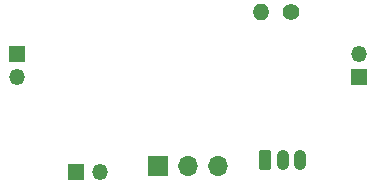
<source format=gbr>
%TF.GenerationSoftware,KiCad,Pcbnew,7.0.2*%
%TF.CreationDate,2023-05-18T15:11:27-04:00*%
%TF.ProjectId,smartpir,736d6172-7470-4697-922e-6b696361645f,rev?*%
%TF.SameCoordinates,Original*%
%TF.FileFunction,Soldermask,Bot*%
%TF.FilePolarity,Negative*%
%FSLAX46Y46*%
G04 Gerber Fmt 4.6, Leading zero omitted, Abs format (unit mm)*
G04 Created by KiCad (PCBNEW 7.0.2) date 2023-05-18 15:11:27*
%MOMM*%
%LPD*%
G01*
G04 APERTURE LIST*
G04 Aperture macros list*
%AMRoundRect*
0 Rectangle with rounded corners*
0 $1 Rounding radius*
0 $2 $3 $4 $5 $6 $7 $8 $9 X,Y pos of 4 corners*
0 Add a 4 corners polygon primitive as box body*
4,1,4,$2,$3,$4,$5,$6,$7,$8,$9,$2,$3,0*
0 Add four circle primitives for the rounded corners*
1,1,$1+$1,$2,$3*
1,1,$1+$1,$4,$5*
1,1,$1+$1,$6,$7*
1,1,$1+$1,$8,$9*
0 Add four rect primitives between the rounded corners*
20,1,$1+$1,$2,$3,$4,$5,0*
20,1,$1+$1,$4,$5,$6,$7,0*
20,1,$1+$1,$6,$7,$8,$9,0*
20,1,$1+$1,$8,$9,$2,$3,0*%
G04 Aperture macros list end*
%ADD10O,1.400000X1.400000*%
%ADD11C,1.400000*%
%ADD12RoundRect,0.250000X-0.265000X-0.615000X0.265000X-0.615000X0.265000X0.615000X-0.265000X0.615000X0*%
%ADD13O,1.030000X1.730000*%
%ADD14R,1.350000X1.350000*%
%ADD15O,1.350000X1.350000*%
%ADD16R,1.700000X1.700000*%
%ADD17O,1.700000X1.700000*%
G04 APERTURE END LIST*
D10*
%TO.C,R3*%
X122680000Y-102500000D03*
D11*
X125220000Y-102500000D03*
%TD*%
D12*
%TO.C,J5*%
X123000000Y-115000000D03*
D13*
X124500000Y-115000000D03*
X126000000Y-115000000D03*
%TD*%
D14*
%TO.C,J1*%
X102000000Y-106000000D03*
D15*
X102000000Y-108000000D03*
%TD*%
D14*
%TO.C,J4*%
X107000000Y-116000000D03*
D15*
X109000000Y-116000000D03*
%TD*%
D14*
%TO.C,J3*%
X131000000Y-108000000D03*
D15*
X131000000Y-106000000D03*
%TD*%
D16*
%TO.C,J2*%
X113975000Y-115500000D03*
D17*
X116515000Y-115500000D03*
X119055000Y-115500000D03*
%TD*%
M02*

</source>
